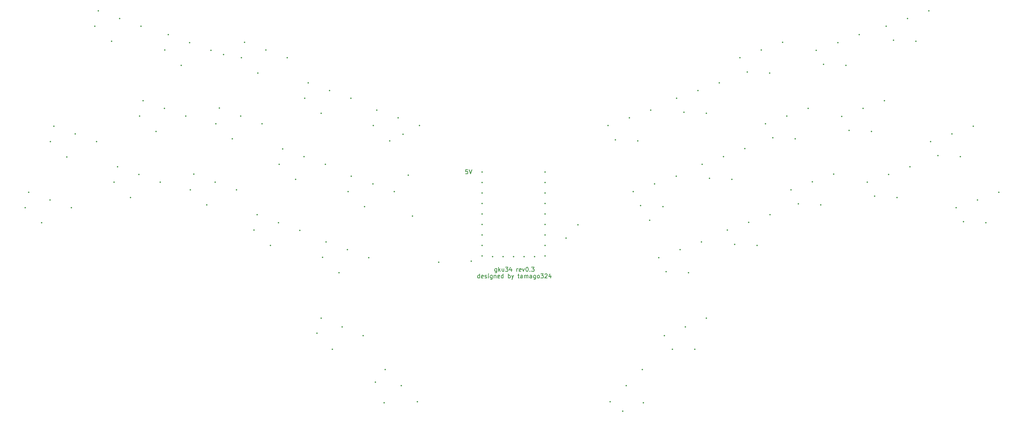
<source format=gto>
%TF.GenerationSoftware,KiCad,Pcbnew,(6.0.11)*%
%TF.CreationDate,2024-03-12T23:46:53+09:00*%
%TF.ProjectId,gku34,676b7533-342e-46b6-9963-61645f706362,rev?*%
%TF.SameCoordinates,Original*%
%TF.FileFunction,Legend,Top*%
%TF.FilePolarity,Positive*%
%FSLAX46Y46*%
G04 Gerber Fmt 4.6, Leading zero omitted, Abs format (unit mm)*
G04 Created by KiCad (PCBNEW (6.0.11)) date 2024-03-12 23:46:53*
%MOMM*%
%LPD*%
G01*
G04 APERTURE LIST*
%ADD10C,0.200000*%
%ADD11C,0.150000*%
%ADD12C,0.350000*%
G04 APERTURE END LIST*
D10*
X135414285Y-89658714D02*
X135414285Y-90468238D01*
X135366666Y-90563476D01*
X135319047Y-90611095D01*
X135223809Y-90658714D01*
X135080952Y-90658714D01*
X134985714Y-90611095D01*
X135414285Y-90277761D02*
X135319047Y-90325380D01*
X135128571Y-90325380D01*
X135033333Y-90277761D01*
X134985714Y-90230142D01*
X134938095Y-90134904D01*
X134938095Y-89849190D01*
X134985714Y-89753952D01*
X135033333Y-89706333D01*
X135128571Y-89658714D01*
X135319047Y-89658714D01*
X135414285Y-89706333D01*
X135890476Y-90325380D02*
X135890476Y-89325380D01*
X135985714Y-89944428D02*
X136271428Y-90325380D01*
X136271428Y-89658714D02*
X135890476Y-90039666D01*
X137128571Y-89658714D02*
X137128571Y-90325380D01*
X136700000Y-89658714D02*
X136700000Y-90182523D01*
X136747619Y-90277761D01*
X136842857Y-90325380D01*
X136985714Y-90325380D01*
X137080952Y-90277761D01*
X137128571Y-90230142D01*
X137509523Y-89325380D02*
X138128571Y-89325380D01*
X137795238Y-89706333D01*
X137938095Y-89706333D01*
X138033333Y-89753952D01*
X138080952Y-89801571D01*
X138128571Y-89896809D01*
X138128571Y-90134904D01*
X138080952Y-90230142D01*
X138033333Y-90277761D01*
X137938095Y-90325380D01*
X137652380Y-90325380D01*
X137557142Y-90277761D01*
X137509523Y-90230142D01*
X138985714Y-89658714D02*
X138985714Y-90325380D01*
X138747619Y-89277761D02*
X138509523Y-89992047D01*
X139128571Y-89992047D01*
X140271428Y-90325380D02*
X140271428Y-89658714D01*
X140271428Y-89849190D02*
X140319047Y-89753952D01*
X140366666Y-89706333D01*
X140461904Y-89658714D01*
X140557142Y-89658714D01*
X141271428Y-90277761D02*
X141176190Y-90325380D01*
X140985714Y-90325380D01*
X140890476Y-90277761D01*
X140842857Y-90182523D01*
X140842857Y-89801571D01*
X140890476Y-89706333D01*
X140985714Y-89658714D01*
X141176190Y-89658714D01*
X141271428Y-89706333D01*
X141319047Y-89801571D01*
X141319047Y-89896809D01*
X140842857Y-89992047D01*
X141652380Y-89658714D02*
X141890476Y-90325380D01*
X142128571Y-89658714D01*
X142700000Y-89325380D02*
X142795238Y-89325380D01*
X142890476Y-89373000D01*
X142938095Y-89420619D01*
X142985714Y-89515857D01*
X143033333Y-89706333D01*
X143033333Y-89944428D01*
X142985714Y-90134904D01*
X142938095Y-90230142D01*
X142890476Y-90277761D01*
X142795238Y-90325380D01*
X142700000Y-90325380D01*
X142604761Y-90277761D01*
X142557142Y-90230142D01*
X142509523Y-90134904D01*
X142461904Y-89944428D01*
X142461904Y-89706333D01*
X142509523Y-89515857D01*
X142557142Y-89420619D01*
X142604761Y-89373000D01*
X142700000Y-89325380D01*
X143461904Y-90230142D02*
X143509523Y-90277761D01*
X143461904Y-90325380D01*
X143414285Y-90277761D01*
X143461904Y-90230142D01*
X143461904Y-90325380D01*
X143842857Y-89325380D02*
X144461904Y-89325380D01*
X144128571Y-89706333D01*
X144271428Y-89706333D01*
X144366666Y-89753952D01*
X144414285Y-89801571D01*
X144461904Y-89896809D01*
X144461904Y-90134904D01*
X144414285Y-90230142D01*
X144366666Y-90277761D01*
X144271428Y-90325380D01*
X143985714Y-90325380D01*
X143890476Y-90277761D01*
X143842857Y-90230142D01*
X131271428Y-91935380D02*
X131271428Y-90935380D01*
X131271428Y-91887761D02*
X131176190Y-91935380D01*
X130985714Y-91935380D01*
X130890476Y-91887761D01*
X130842857Y-91840142D01*
X130795238Y-91744904D01*
X130795238Y-91459190D01*
X130842857Y-91363952D01*
X130890476Y-91316333D01*
X130985714Y-91268714D01*
X131176190Y-91268714D01*
X131271428Y-91316333D01*
X132128571Y-91887761D02*
X132033333Y-91935380D01*
X131842857Y-91935380D01*
X131747619Y-91887761D01*
X131700000Y-91792523D01*
X131700000Y-91411571D01*
X131747619Y-91316333D01*
X131842857Y-91268714D01*
X132033333Y-91268714D01*
X132128571Y-91316333D01*
X132176190Y-91411571D01*
X132176190Y-91506809D01*
X131700000Y-91602047D01*
X132557142Y-91887761D02*
X132652380Y-91935380D01*
X132842857Y-91935380D01*
X132938095Y-91887761D01*
X132985714Y-91792523D01*
X132985714Y-91744904D01*
X132938095Y-91649666D01*
X132842857Y-91602047D01*
X132700000Y-91602047D01*
X132604761Y-91554428D01*
X132557142Y-91459190D01*
X132557142Y-91411571D01*
X132604761Y-91316333D01*
X132700000Y-91268714D01*
X132842857Y-91268714D01*
X132938095Y-91316333D01*
X133414285Y-91935380D02*
X133414285Y-91268714D01*
X133414285Y-90935380D02*
X133366666Y-90983000D01*
X133414285Y-91030619D01*
X133461904Y-90983000D01*
X133414285Y-90935380D01*
X133414285Y-91030619D01*
X134319047Y-91268714D02*
X134319047Y-92078238D01*
X134271428Y-92173476D01*
X134223809Y-92221095D01*
X134128571Y-92268714D01*
X133985714Y-92268714D01*
X133890476Y-92221095D01*
X134319047Y-91887761D02*
X134223809Y-91935380D01*
X134033333Y-91935380D01*
X133938095Y-91887761D01*
X133890476Y-91840142D01*
X133842857Y-91744904D01*
X133842857Y-91459190D01*
X133890476Y-91363952D01*
X133938095Y-91316333D01*
X134033333Y-91268714D01*
X134223809Y-91268714D01*
X134319047Y-91316333D01*
X134795238Y-91268714D02*
X134795238Y-91935380D01*
X134795238Y-91363952D02*
X134842857Y-91316333D01*
X134938095Y-91268714D01*
X135080952Y-91268714D01*
X135176190Y-91316333D01*
X135223809Y-91411571D01*
X135223809Y-91935380D01*
X136080952Y-91887761D02*
X135985714Y-91935380D01*
X135795238Y-91935380D01*
X135700000Y-91887761D01*
X135652380Y-91792523D01*
X135652380Y-91411571D01*
X135700000Y-91316333D01*
X135795238Y-91268714D01*
X135985714Y-91268714D01*
X136080952Y-91316333D01*
X136128571Y-91411571D01*
X136128571Y-91506809D01*
X135652380Y-91602047D01*
X136985714Y-91935380D02*
X136985714Y-90935380D01*
X136985714Y-91887761D02*
X136890476Y-91935380D01*
X136700000Y-91935380D01*
X136604761Y-91887761D01*
X136557142Y-91840142D01*
X136509523Y-91744904D01*
X136509523Y-91459190D01*
X136557142Y-91363952D01*
X136604761Y-91316333D01*
X136700000Y-91268714D01*
X136890476Y-91268714D01*
X136985714Y-91316333D01*
X138223809Y-91935380D02*
X138223809Y-90935380D01*
X138223809Y-91316333D02*
X138319047Y-91268714D01*
X138509523Y-91268714D01*
X138604761Y-91316333D01*
X138652380Y-91363952D01*
X138700000Y-91459190D01*
X138700000Y-91744904D01*
X138652380Y-91840142D01*
X138604761Y-91887761D01*
X138509523Y-91935380D01*
X138319047Y-91935380D01*
X138223809Y-91887761D01*
X139033333Y-91268714D02*
X139271428Y-91935380D01*
X139509523Y-91268714D02*
X139271428Y-91935380D01*
X139176190Y-92173476D01*
X139128571Y-92221095D01*
X139033333Y-92268714D01*
X140509523Y-91268714D02*
X140890476Y-91268714D01*
X140652380Y-90935380D02*
X140652380Y-91792523D01*
X140700000Y-91887761D01*
X140795238Y-91935380D01*
X140890476Y-91935380D01*
X141652380Y-91935380D02*
X141652380Y-91411571D01*
X141604761Y-91316333D01*
X141509523Y-91268714D01*
X141319047Y-91268714D01*
X141223809Y-91316333D01*
X141652380Y-91887761D02*
X141557142Y-91935380D01*
X141319047Y-91935380D01*
X141223809Y-91887761D01*
X141176190Y-91792523D01*
X141176190Y-91697285D01*
X141223809Y-91602047D01*
X141319047Y-91554428D01*
X141557142Y-91554428D01*
X141652380Y-91506809D01*
X142128571Y-91935380D02*
X142128571Y-91268714D01*
X142128571Y-91363952D02*
X142176190Y-91316333D01*
X142271428Y-91268714D01*
X142414285Y-91268714D01*
X142509523Y-91316333D01*
X142557142Y-91411571D01*
X142557142Y-91935380D01*
X142557142Y-91411571D02*
X142604761Y-91316333D01*
X142700000Y-91268714D01*
X142842857Y-91268714D01*
X142938095Y-91316333D01*
X142985714Y-91411571D01*
X142985714Y-91935380D01*
X143890476Y-91935380D02*
X143890476Y-91411571D01*
X143842857Y-91316333D01*
X143747619Y-91268714D01*
X143557142Y-91268714D01*
X143461904Y-91316333D01*
X143890476Y-91887761D02*
X143795238Y-91935380D01*
X143557142Y-91935380D01*
X143461904Y-91887761D01*
X143414285Y-91792523D01*
X143414285Y-91697285D01*
X143461904Y-91602047D01*
X143557142Y-91554428D01*
X143795238Y-91554428D01*
X143890476Y-91506809D01*
X144795238Y-91268714D02*
X144795238Y-92078238D01*
X144747619Y-92173476D01*
X144700000Y-92221095D01*
X144604761Y-92268714D01*
X144461904Y-92268714D01*
X144366666Y-92221095D01*
X144795238Y-91887761D02*
X144700000Y-91935380D01*
X144509523Y-91935380D01*
X144414285Y-91887761D01*
X144366666Y-91840142D01*
X144319047Y-91744904D01*
X144319047Y-91459190D01*
X144366666Y-91363952D01*
X144414285Y-91316333D01*
X144509523Y-91268714D01*
X144700000Y-91268714D01*
X144795238Y-91316333D01*
X145414285Y-91935380D02*
X145319047Y-91887761D01*
X145271428Y-91840142D01*
X145223809Y-91744904D01*
X145223809Y-91459190D01*
X145271428Y-91363952D01*
X145319047Y-91316333D01*
X145414285Y-91268714D01*
X145557142Y-91268714D01*
X145652380Y-91316333D01*
X145700000Y-91363952D01*
X145747619Y-91459190D01*
X145747619Y-91744904D01*
X145700000Y-91840142D01*
X145652380Y-91887761D01*
X145557142Y-91935380D01*
X145414285Y-91935380D01*
X146080952Y-90935380D02*
X146700000Y-90935380D01*
X146366666Y-91316333D01*
X146509523Y-91316333D01*
X146604761Y-91363952D01*
X146652380Y-91411571D01*
X146700000Y-91506809D01*
X146700000Y-91744904D01*
X146652380Y-91840142D01*
X146604761Y-91887761D01*
X146509523Y-91935380D01*
X146223809Y-91935380D01*
X146128571Y-91887761D01*
X146080952Y-91840142D01*
X147080952Y-91030619D02*
X147128571Y-90983000D01*
X147223809Y-90935380D01*
X147461904Y-90935380D01*
X147557142Y-90983000D01*
X147604761Y-91030619D01*
X147652380Y-91125857D01*
X147652380Y-91221095D01*
X147604761Y-91363952D01*
X147033333Y-91935380D01*
X147652380Y-91935380D01*
X148509523Y-91268714D02*
X148509523Y-91935380D01*
X148271428Y-90887761D02*
X148033333Y-91602047D01*
X148652380Y-91602047D01*
D11*
%TO.C,RZ1*%
X128392523Y-65697380D02*
X127916333Y-65697380D01*
X127868714Y-66173571D01*
X127916333Y-66125952D01*
X128011571Y-66078333D01*
X128249666Y-66078333D01*
X128344904Y-66125952D01*
X128392523Y-66173571D01*
X128440142Y-66268809D01*
X128440142Y-66506904D01*
X128392523Y-66602142D01*
X128344904Y-66649761D01*
X128249666Y-66697380D01*
X128011571Y-66697380D01*
X127916333Y-66649761D01*
X127868714Y-66602142D01*
X128725857Y-65697380D02*
X129059190Y-66697380D01*
X129392523Y-65697380D01*
%TD*%
D12*
X114043151Y-67026849D03*
X129260000Y-87830000D03*
X155060000Y-79028919D03*
X152170000Y-82260000D03*
X121412000Y-88138000D03*
X69342000Y-37846000D03*
X112776000Y-57150000D03*
X115062000Y-76962000D03*
X172466000Y-77978000D03*
X204645152Y-34846482D03*
X199476843Y-36727593D03*
X194308534Y-38608704D03*
X201494762Y-42271779D03*
X196078056Y-42008526D03*
X72428309Y-70571111D03*
X62091691Y-66808889D03*
X67260000Y-68690000D03*
X65242081Y-74234186D03*
X61261860Y-70550731D03*
X147125000Y-66245000D03*
X147125000Y-68785000D03*
X147125000Y-71325000D03*
X147125000Y-73865000D03*
X147125000Y-76405000D03*
X147125000Y-78945000D03*
X147125000Y-81485000D03*
X147125000Y-84025000D03*
X147125000Y-86565000D03*
X144585000Y-86775000D03*
X142045000Y-86775000D03*
X139505000Y-86775000D03*
X136965000Y-86775000D03*
X134425000Y-86775000D03*
X131885000Y-86565000D03*
X131885000Y-84025000D03*
X131885000Y-81485000D03*
X131885000Y-78945000D03*
X131885000Y-76405000D03*
X131885000Y-73865000D03*
X131885000Y-71325000D03*
X131885000Y-68785000D03*
X131885000Y-66245000D03*
X68251691Y-50808889D03*
X78588309Y-54571111D03*
X73420000Y-52690000D03*
X71402081Y-58234186D03*
X67421860Y-54550731D03*
X116728309Y-55031111D03*
X106391691Y-51268889D03*
X111560000Y-53150000D03*
X109542081Y-58694186D03*
X105561860Y-55010731D03*
X223108309Y-33018889D03*
X217940000Y-34900000D03*
X212771691Y-36781111D03*
X219957919Y-40444186D03*
X214541213Y-40180933D03*
X43641691Y-64978889D03*
X53978309Y-68741111D03*
X48810000Y-66860000D03*
X46792081Y-72404186D03*
X42811860Y-68720731D03*
X110588309Y-71021111D03*
X100251691Y-67258889D03*
X105420000Y-69140000D03*
X103402081Y-74684186D03*
X99421860Y-71000731D03*
X234850000Y-29080000D03*
X240018309Y-27198889D03*
X229681691Y-30961111D03*
X236867919Y-34624186D03*
X231451213Y-34360933D03*
X55944848Y-33016482D03*
X66281466Y-36778704D03*
X61113157Y-34897593D03*
X59095238Y-40441779D03*
X55115017Y-36758324D03*
X170639087Y-114080913D03*
X162860913Y-121859087D03*
X166750000Y-117970000D03*
X170921930Y-122141930D03*
X165901472Y-124192540D03*
X196410000Y-78480000D03*
X191241691Y-80361111D03*
X201578309Y-76598889D03*
X198427919Y-84024186D03*
X193011213Y-83760933D03*
X251786843Y-73027593D03*
X256955152Y-71146482D03*
X246618534Y-74908704D03*
X253804762Y-78571779D03*
X248388056Y-78308526D03*
X235418309Y-64978889D03*
X230250000Y-66860000D03*
X225081691Y-68741111D03*
X232267919Y-72404186D03*
X226851213Y-72140933D03*
X82630000Y-78500000D03*
X77461691Y-76618889D03*
X87798309Y-80381111D03*
X80612081Y-84044186D03*
X76631860Y-80360731D03*
X210810000Y-50820000D03*
X205641691Y-52701111D03*
X200473382Y-54582222D03*
X207659610Y-58245297D03*
X202242904Y-57982044D03*
X54980000Y-50870000D03*
X60148309Y-52751111D03*
X49811691Y-48988889D03*
X52962081Y-56414186D03*
X48981860Y-52730731D03*
X189285152Y-44656482D03*
X184116843Y-46537593D03*
X178948534Y-48418704D03*
X186134762Y-52081779D03*
X180718056Y-51818526D03*
X27280000Y-73030000D03*
X22111691Y-71148889D03*
X32448309Y-74911111D03*
X25262081Y-78574186D03*
X21281860Y-74890731D03*
X211810000Y-68670000D03*
X206641691Y-70551111D03*
X216978309Y-66788889D03*
X213827919Y-74214186D03*
X208411213Y-73950933D03*
X99243157Y-85097593D03*
X94074848Y-83216482D03*
X104411466Y-86978704D03*
X97225238Y-90641779D03*
X93245017Y-86958324D03*
X178825152Y-67246482D03*
X168488534Y-71008704D03*
X173656843Y-69127593D03*
X175674762Y-74671779D03*
X170258056Y-74408526D03*
X108420913Y-114080913D03*
X112310000Y-117970000D03*
X116199087Y-121859087D03*
X108138070Y-122141930D03*
X106087460Y-117121472D03*
X92921963Y-101628156D03*
X97984740Y-103777177D03*
X103047517Y-105926198D03*
X95679426Y-109208156D03*
X91897437Y-105321440D03*
X172665152Y-51276482D03*
X162328534Y-55038704D03*
X167496843Y-53157593D03*
X169514762Y-58701779D03*
X164098056Y-58438526D03*
X88790000Y-62520000D03*
X83621691Y-60638889D03*
X93958309Y-64401111D03*
X86772081Y-68064186D03*
X82791860Y-64380731D03*
X218928534Y-52768704D03*
X224096843Y-50887593D03*
X229265152Y-49006482D03*
X226114762Y-56431779D03*
X220698056Y-56168526D03*
X176017223Y-105919021D03*
X181080000Y-103770000D03*
X186142777Y-101620979D03*
X183385314Y-109200979D03*
X177962254Y-109221574D03*
X44190000Y-29080000D03*
X39021691Y-27198889D03*
X49358309Y-30961111D03*
X42172081Y-34624186D03*
X38191860Y-30940731D03*
X190270000Y-62510000D03*
X195438309Y-60628889D03*
X185101691Y-64391111D03*
X192287919Y-68054186D03*
X186871213Y-67790933D03*
X79590000Y-36740000D03*
X74421691Y-34858889D03*
X84758309Y-38621111D03*
X77572081Y-42284186D03*
X73591860Y-38600731D03*
X184985152Y-83216482D03*
X174648534Y-86978704D03*
X179816843Y-85097593D03*
X181834762Y-90641779D03*
X176418056Y-90378526D03*
X245616843Y-57037593D03*
X240448534Y-58918704D03*
X250785152Y-55156482D03*
X247634762Y-62581779D03*
X242218056Y-62318526D03*
X100118309Y-48411111D03*
X94950000Y-46530000D03*
X89781691Y-44648889D03*
X92932081Y-52074186D03*
X88951860Y-48390731D03*
X28264848Y-55166482D03*
X38601466Y-58928704D03*
X33433157Y-57047593D03*
X31415238Y-62591779D03*
X27435017Y-58908324D03*
M02*

</source>
